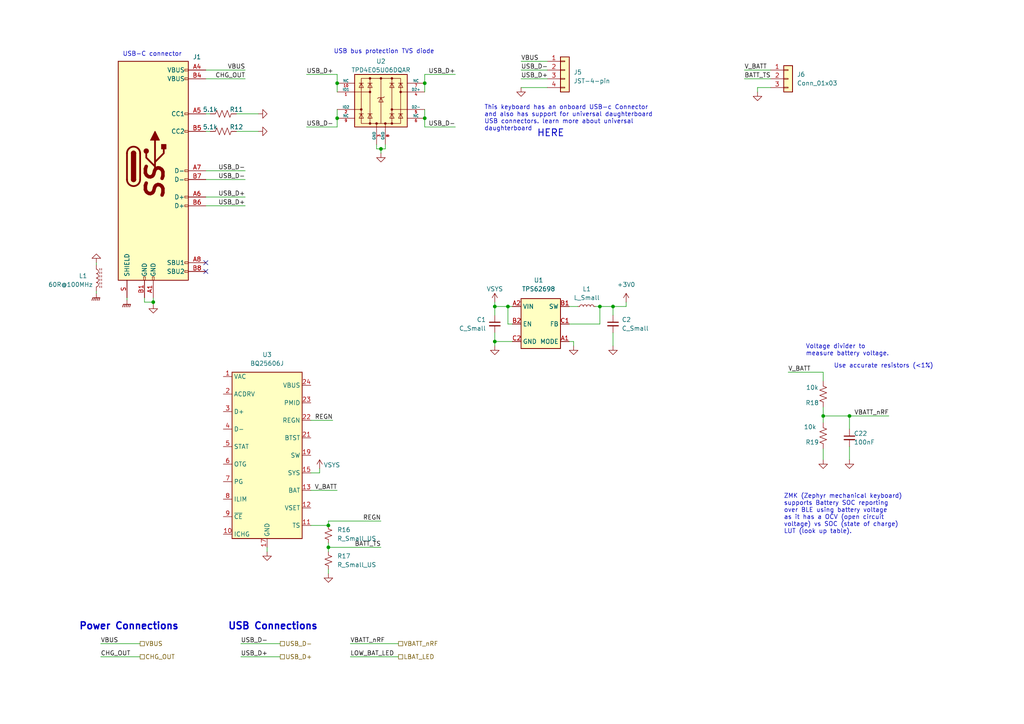
<source format=kicad_sch>
(kicad_sch (version 20250114) (generator "eeschema") (generator_version "9.0")
  (paper "A4")
  (lib_symbols
    (symbol "C_Small_1" (pin_numbers (hide yes)) (pin_names (offset 0.254) (hide yes))
      (property "Reference" "C10" (at 1.27 1.27 0))
      (property "Value" "1pF" (at 1.27 -1.27 0))
      (symbol "C_Small_1_0_1"
        (polyline (pts (xy -1.524 0.508) (xy 1.524 0.508)) (stroke (width 0.3048)))
        (polyline (pts (xy -1.524 -0.508) (xy 1.524 -0.508)) (stroke (width 0.3302)))
      )
      (symbol "C_Small_1_1_1"
        (pin passive line (at 0 2.54 270) (length 2.032) (name "~") (number "1"))
        (pin passive line (at 0 -2.54 90) (length 2.032) (name "~") (number "2"))
      )
    )
    (symbol "Connector_Generic:Conn_01x03" (pin_names (offset 1.016) (hide yes))
      (property "Reference" "J" (at 0 5.08 0))
      (property "Value" "Conn_01x03" (at 0 -5.08 0))
      (symbol "Conn_01x03_1_1"
        (rectangle (start -1.27 3.81) (end 1.27 -3.81) (stroke (width 0.254)) (fill (type background)))
        (rectangle (start -1.27 2.667) (end 0 2.413) (stroke (width 0.1524)))
        (rectangle (start -1.27 0.127) (end 0 -0.127) (stroke (width 0.1524)))
        (rectangle (start -1.27 -2.413) (end 0 -2.667) (stroke (width 0.1524)))
        (pin passive line (at -5.08 2.54 0) (length 3.81) (name "Pin_1") (number "1"))
        (pin passive line (at -5.08 0 0) (length 3.81) (name "Pin_2") (number "2"))
        (pin passive line (at -5.08 -2.54 0) (length 3.81) (name "Pin_3") (number "3"))
      )
    )
    (symbol "Device:L_Small" (pin_numbers (hide yes)) (pin_names (offset 0.254) (hide yes))
      (property "Reference" "L" (at 0.762 1.016 0))
      (property "Value" "L_Small" (at 0.762 -1.016 0))
      (symbol "L_Small_0_1"
        (arc (start 0 2.032) (mid 0.5058 1.524) (end 0 1.016))
        (arc (start 0 1.016) (mid 0.5058 0.508) (end 0 0))
        (arc (start 0 0) (mid 0.5058 -0.508) (end 0 -1.016))
        (arc (start 0 -1.016) (mid 0.5058 -1.524) (end 0 -2.032))
      )
      (symbol "L_Small_1_1"
        (pin passive line (at 0 2.54 270) (length 0.508) (name "~") (number "1"))
        (pin passive line (at 0 -2.54 90) (length 0.508) (name "~") (number "2"))
      )
    )
    (symbol "Device:R_Small_US" (pin_numbers (hide yes)) (pin_names (offset 0.254) (hide yes))
      (property "Reference" "R" (at 0.762 0.508 0))
      (property "Value" "R_Small_US" (at 0.762 -1.016 0))
      (symbol "R_Small_US_1_1"
        (polyline (pts (xy 0 1.524) (xy 1.016 1.143) (xy 0 0.762) (xy -1.016 0.381) (xy 0 0)))
        (polyline (pts (xy 0 0) (xy 1.016 -0.381) (xy 0 -0.762) (xy -1.016 -1.143) (xy 0 -1.524)))
        (pin passive line (at 0 2.54 270) (length 1.016) (name "~") (number "1"))
        (pin passive line (at 0 -2.54 90) (length 1.016) (name "~") (number "2"))
      )
    )
    (symbol "GNDPWR_1" (power) (pin_numbers (hide yes)) (pin_names (offset 0) (hide yes))
      (property "Value" "GNDPWR_1" (at 0 -3.302 0))
      (symbol "GNDPWR_1_0_1"
        (polyline (pts (xy -1.016 -1.27) (xy -1.27 -2.032) (xy -1.27 -2.032)) (stroke (width 0.2032)))
        (polyline (pts (xy -0.508 -1.27) (xy -0.762 -2.032) (xy -0.762 -2.032)) (stroke (width 0.2032)))
        (polyline (pts (xy 0 -1.27) (xy 0 0)))
        (polyline (pts (xy 0 -1.27) (xy -0.254 -2.032) (xy -0.254 -2.032)) (stroke (width 0.2032)))
        (polyline (pts (xy 0.508 -1.27) (xy 0.254 -2.032) (xy 0.254 -2.032)) (stroke (width 0.2032)))
        (polyline (pts (xy 1.016 -1.27) (xy -1.016 -1.27) (xy -1.016 -1.27)) (stroke (width 0.2032)))
        (polyline (pts (xy 1.016 -1.27) (xy 0.762 -2.032) (xy 0.762 -2.032) (xy 0.762 -2.032)) (stroke (width 0.2032)))
      )
      (symbol "GNDPWR_1_1_1"
        (pin power_in line (at 0 0 270) (length 0) (hide yes) (name "GNDPWR") (number "1"))
      )
    )
    (symbol "GND_1" (power) (pin_numbers (hide yes)) (pin_names (offset 0) (hide yes))
      (property "Value" "GND_1" (at 0 -3.81 0))
      (symbol "GND_1_0_1"
        (polyline (pts (xy 0 0) (xy 0 -1.27) (xy 1.27 -1.27) (xy 0 -2.54) (xy -1.27 -1.27) (xy 0 -1.27)))
      )
      (symbol "GND_1_1_1"
        (pin power_in line (at 0 0 270) (length 0) (hide yes) (name "GND") (number "1"))
      )
    )
    (symbol "Unified-Daughterboard-rescue:L_Core_Ferrite-Device" (pin_numbers (hide yes)) (pin_names (offset 1.016) (hide yes))
      (property "Reference" "L" (at -1.27 0 90))
      (property "Value" "L_Core_Ferrite-Device" (at 2.794 0 90))
      (symbol "L_Core_Ferrite-Device_0_1"
        (arc (start 0 2.54) (mid 0.6323 1.905) (end 0 1.27))
        (arc (start 0 1.27) (mid 0.6323 0.635) (end 0 0))
        (arc (start 0 0) (mid 0.6323 -0.635) (end 0 -1.27))
        (arc (start 0 -1.27) (mid 0.6323 -1.905) (end 0 -2.54))
        (polyline (pts (xy 1.016 2.286) (xy 1.016 2.794)))
        (polyline (pts (xy 1.016 1.27) (xy 1.016 1.778)))
        (polyline (pts (xy 1.016 0.254) (xy 1.016 0.762)))
        (polyline (pts (xy 1.016 -0.762) (xy 1.016 -0.254)))
        (polyline (pts (xy 1.016 -1.778) (xy 1.016 -1.27)))
        (polyline (pts (xy 1.016 -2.794) (xy 1.016 -2.286)))
        (polyline (pts (xy 1.524 2.794) (xy 1.524 2.286)))
        (polyline (pts (xy 1.524 1.778) (xy 1.524 1.27)))
        (polyline (pts (xy 1.524 0.762) (xy 1.524 0.254)))
        (polyline (pts (xy 1.524 -0.254) (xy 1.524 -0.762)))
        (polyline (pts (xy 1.524 -1.27) (xy 1.524 -1.778)))
        (polyline (pts (xy 1.524 -2.286) (xy 1.524 -2.794)))
      )
      (symbol "L_Core_Ferrite-Device_1_1"
        (pin passive line (at 0 3.81 270) (length 1.27) (name "1") (number "1"))
        (pin passive line (at 0 -3.81 90) (length 1.27) (name "2") (number "2"))
      )
    )
    (symbol "Unified-Daughterboard-rescue:TYPE-C-31-M12_13-acheronSymbols" (pin_names (offset 1.016))
      (property "Reference" "J" (at -1.27 35.56 0))
      (property "Value" "TYPE-C-31-M12_13-acheronSymbols" (at 10.16 33.02 0))
      (symbol "TYPE-C-31-M12_13-acheronSymbols_0_0"
        (rectangle (start -0.254 -31.75) (end 0.254 -30.734))
        (rectangle (start 10.16 29.464) (end 9.144 28.956))
        (rectangle (start 10.16 16.764) (end 9.144 16.256))
        (rectangle (start 10.16 11.684) (end 9.144 11.176))
        (rectangle (start 10.16 0.254) (end 9.144 -0.254))
        (rectangle (start 10.16 -2.286) (end 9.144 -2.794))
        (rectangle (start 10.16 -7.366) (end 9.144 -7.874))
        (rectangle (start 10.16 -9.906) (end 9.144 -10.414))
        (rectangle (start 10.16 -26.416) (end 9.144 -26.924))
        (rectangle (start 10.16 -28.956) (end 9.144 -29.464))
        (text "SS" (at 0.508 -3.175 900) (effects (font (size 5.08 5.08) (bold yes) (italic yes))))
      )
      (symbol "TYPE-C-31-M12_13-acheronSymbols_0_1"
        (rectangle (start -10.16 31.75) (end 10.16 -31.75) (stroke (width 0.254)) (fill (type background)))
        (polyline (pts (xy -7.62 -2.54) (xy -7.62 5.08)) (stroke (width 0.508)))
        (rectangle (start -6.35 -2.54) (end -5.08 5.08) (stroke (width 0.254)) (fill (type outline)))
        (arc (start -6.35 5.08) (mid -5.715 5.7123) (end -5.08 5.08) (stroke (width 0.254)))
        (arc (start -6.35 5.08) (mid -5.715 5.7123) (end -5.08 5.08) (stroke (width 0.254)) (fill (type outline)))
        (arc (start -7.62 5.08) (mid -5.715 6.9767) (end -3.81 5.08) (stroke (width 0.508)))
        (arc (start -3.81 -2.54) (mid -5.715 -4.4367) (end -7.62 -2.54) (stroke (width 0.508)))
        (arc (start -5.08 -2.54) (mid -5.715 -3.1723) (end -6.35 -2.54) (stroke (width 0.254)))
        (arc (start -5.08 -2.54) (mid -5.715 -3.1723) (end -6.35 -2.54) (stroke (width 0.254)) (fill (type outline)))
        (polyline (pts (xy -3.81 5.08) (xy -3.81 -2.54)) (stroke (width 0.508)))
        (circle (center -2.032 5.715) (radius 0.635) (stroke (width 0.254)) (fill (type outline)))
        (polyline (pts (xy -0.762 8.89) (xy 0.508 11.43) (xy 1.778 8.89) (xy -0.762 8.89)) (stroke (width 0.254)) (fill (type outline)))
        (polyline (pts (xy 0.508 2.54) (xy 3.048 5.08) (xy 3.048 6.35)) (stroke (width 0.508)))
        (polyline (pts (xy 0.508 1.27) (xy -2.032 3.81) (xy -2.032 5.08)) (stroke (width 0.508)))
        (polyline (pts (xy 0.508 0) (xy 0.508 8.89)) (stroke (width 0.508)))
        (rectangle (start 2.413 6.35) (end 3.683 7.62) (stroke (width 0.254)) (fill (type outline)))
      )
      (symbol "TYPE-C-31-M12_13-acheronSymbols_1_1"
        (rectangle (start -2.794 -31.75) (end -2.286 -30.734))
        (rectangle (start 10.16 26.924) (end 9.144 26.416))
        (pin passive line (at -7.62 -36.83 90) (length 5.08) (name "SHIELD") (number "S"))
        (pin power_out line (at -2.54 -36.83 90) (length 5.08) (name "GND") (number "B1"))
        (pin power_out line (at 0 -36.83 90) (length 5.08) (name "GND") (number "A1"))
        (pin power_out line (at 15.24 29.21 180) (length 5.08) (name "VBUS") (number "A4"))
        (pin power_out line (at 15.24 26.67 180) (length 5.08) (name "VBUS") (number "B4"))
        (pin bidirectional line (at 15.24 16.51 180) (length 5.08) (name "CC1") (number "A5"))
        (pin bidirectional line (at 15.24 11.43 180) (length 5.08) (name "CC2") (number "B5"))
        (pin bidirectional line (at 15.24 0 180) (length 5.08) (name "D-") (number "A7"))
        (pin bidirectional line (at 15.24 -2.54 180) (length 5.08) (name "D-") (number "B7"))
        (pin bidirectional line (at 15.24 -7.62 180) (length 5.08) (name "D+") (number "A6"))
        (pin bidirectional line (at 15.24 -10.16 180) (length 5.08) (name "D+") (number "B6"))
        (pin bidirectional line (at 15.24 -26.67 180) (length 5.08) (name "SBU1") (number "A8"))
        (pin bidirectional line (at 15.24 -29.21 180) (length 5.08) (name "SBU2") (number "B8"))
      )
    )
    (symbol "keyboard:BQ25616"
      (property "Reference" "U" (at -8.89 26.67 0))
      (property "Value" "BQ25606" (at 6.35 26.67 0))
      (symbol "BQ25616_0_1"
        (rectangle (start -10.16 25.4) (end 10.16 -22.86) (stroke (width 0.254)) (fill (type background)))
      )
      (symbol "BQ25616_1_1"
        (pin input line (at -12.7 24.13 0) (length 2.54) (name "VAC") (number "1"))
        (pin output line (at -12.7 19.05 0) (length 2.54) (name "ACDRV") (number "2"))
        (pin bidirectional line (at -12.7 13.97 0) (length 2.54) (name "D+") (number "3"))
        (pin bidirectional line (at -12.7 8.89 0) (length 2.54) (name "D-") (number "4"))
        (pin open_collector line (at -12.7 3.81 0) (length 2.54) (name "STAT") (number "5"))
        (pin input line (at -12.7 -1.27 0) (length 2.54) (name "OTG") (number "6"))
        (pin open_collector line (at -12.7 -6.35 0) (length 2.54) (name "PG") (number "7"))
        (pin input line (at -12.7 -11.43 0) (length 2.54) (name "ILIM") (number "8"))
        (pin input line (at -12.7 -16.51 0) (length 2.54) (name "~{CE}") (number "9"))
        (pin input line (at -12.7 -21.59 0) (length 2.54) (name "ICHG") (number "10"))
        (pin power_in line (at 0 -25.4 90) (length 2.54) (name "GND") (number "17"))
        (pin passive line (at 0 -25.4 90) (length 2.54) (hide yes) (name "GND") (number "18"))
        (pin passive line (at 0 -25.4 90) (length 2.54) (hide yes) (name "GND") (number "25"))
        (pin power_in line (at 12.7 21.59 180) (length 2.54) (name "VBUS") (number "24"))
        (pin input line (at 12.7 16.51 180) (length 2.54) (name "PMID") (number "23"))
        (pin input line (at 12.7 11.43 180) (length 2.54) (name "REGN") (number "22"))
        (pin input line (at 12.7 6.35 180) (length 2.54) (name "BTST") (number "21"))
        (pin passive line (at 12.7 1.27 180) (length 2.54) (name "SW") (number "19"))
        (pin passive line (at 12.7 1.27 180) (length 2.54) (hide yes) (name "SW") (number "20"))
        (pin passive line (at 12.7 -3.81 180) (length 2.54) (name "SYS") (number "15"))
        (pin passive line (at 12.7 -3.81 180) (length 2.54) (hide yes) (name "SYS") (number "16"))
        (pin power_in line (at 12.7 -8.89 180) (length 2.54) (name "BAT") (number "13"))
        (pin power_in line (at 12.7 -8.89 180) (length 2.54) (hide yes) (name "BAT") (number "14"))
        (pin input line (at 12.7 -13.97 180) (length 2.54) (name "VSET") (number "12"))
        (pin input line (at 12.7 -19.05 180) (length 2.54) (name "TS") (number "11"))
      )
    )
    (symbol "keyboard:C_Small" (pin_numbers (hide yes)) (pin_names (offset 0.254) (hide yes))
      (property "Reference" "C" (at 0.254 1.778 0))
      (property "Value" "C_Small" (at 0.254 -2.032 0))
      (symbol "C_Small_0_1"
        (polyline (pts (xy -1.524 0.508) (xy 1.524 0.508)) (stroke (width 0.3048)))
        (polyline (pts (xy -1.524 -0.508) (xy 1.524 -0.508)) (stroke (width 0.3302)))
      )
      (symbol "C_Small_1_1"
        (pin passive line (at 0 2.54 270) (length 2.032) (name "~") (number "1"))
        (pin passive line (at 0 -2.54 90) (length 2.032) (name "~") (number "2"))
      )
    )
    (symbol "keyboard:JST-4-pin" (pin_names (offset 1.016) (hide yes))
      (property "Reference" "J" (at 0 5.08 0))
      (property "Value" "JST-4-pin" (at 0 -7.62 0))
      (symbol "JST-4-pin_1_1"
        (rectangle (start -1.27 3.81) (end 1.27 -6.35) (stroke (width 0.254)) (fill (type background)))
        (rectangle (start -1.27 2.667) (end 0 2.413) (stroke (width 0.1524)))
        (rectangle (start -1.27 0.127) (end 0 -0.127) (stroke (width 0.1524)))
        (rectangle (start -1.27 -2.413) (end 0 -2.667) (stroke (width 0.1524)))
        (rectangle (start -1.27 -4.953) (end 0 -5.207) (stroke (width 0.1524)))
        (pin passive line (at -5.08 2.54 0) (length 3.81) (name "Pin_1") (number "1"))
        (pin passive line (at -5.08 0 0) (length 3.81) (name "Pin_2") (number "2"))
        (pin passive line (at -5.08 -2.54 0) (length 3.81) (name "Pin_3") (number "3"))
        (pin passive line (at -5.08 -5.08 0) (length 3.81) (name "Pin_4") (number "4"))
      )
    )
    (symbol "keyboard:R_US" (pin_numbers (hide yes)) (pin_names (offset 0))
      (property "Reference" "R" (at 0 -2.54 0))
      (property "Value" "R_US" (at 0 2.54 0))
      (symbol "R_US_0_1"
        (polyline (pts (xy -2.286 0) (xy -2.54 0)))
        (polyline (pts (xy -0.762 0) (xy -1.143 -1.016) (xy -1.524 0) (xy -1.905 1.016) (xy -2.286 0)))
        (polyline (pts (xy 0.762 0) (xy 0.381 -1.016) (xy 0 0) (xy -0.381 1.016) (xy -0.762 0)))
        (polyline (pts (xy 2.286 0) (xy 2.54 0)))
        (polyline (pts (xy 2.286 0) (xy 1.905 -1.016) (xy 1.524 0) (xy 1.143 1.016) (xy 0.762 0)))
      )
      (symbol "R_US_1_1"
        (pin passive line (at -3.81 0 0) (length 1.27) (name "~") (number "2"))
        (pin passive line (at 3.81 0 180) (length 1.27) (name "~") (number "1"))
      )
    )
    (symbol "keyboard:TPS62698"
      (property "Reference" "U" (at -5.08 8.89 0))
      (property "Value" "TPS62698" (at 0 8.89 0))
      (symbol "TPS62698_0_1"
        (rectangle (start -5.08 7.366) (end 6.35 -7.112) (stroke (width 0.254)) (fill (type background)))
      )
      (symbol "TPS62698_1_1"
        (pin power_in line (at -7.62 5.08 0) (length 2.54) (name "VIN") (number "A2"))
        (pin input line (at -7.62 0 0) (length 2.54) (name "EN") (number "B2"))
        (pin power_in line (at -7.62 -5.08 0) (length 2.54) (name "GND") (number "C2"))
        (pin power_out line (at 8.89 5.08 180) (length 2.54) (name "SW") (number "B1"))
        (pin input line (at 8.89 0 180) (length 2.54) (name "FB") (number "C1"))
        (pin input line (at 8.89 -5.08 180) (length 2.54) (name "MODE") (number "A1"))
      )
    )
    (symbol "keyboard:USB-protection-diode" (pin_names (offset 0))
      (property "Reference" "U4" (at 0 11.8364 0))
      (property "Value" "TPD4E05U06DQAR" (at 0 9.525 0))
      (symbol "USB-protection-diode_0_0"
        (rectangle (start -5.715 6.477) (end 5.715 -6.604))
        (polyline (pts (xy -3.175 -6.604) (xy -3.175 6.477)))
        (polyline (pts (xy 0 6.477) (xy 0 -6.604)))
        (polyline (pts (xy 3.175 6.477) (xy 3.175 -6.604)))
      )
      (symbol "USB-protection-diode_0_1"
        (polyline (pts (xy -7.747 2.54) (xy -3.175 2.54)))
        (rectangle (start -7.62 7.62) (end 7.62 -7.62) (stroke (width 0.254)) (fill (type background)))
        (polyline (pts (xy -7.62 -2.54) (xy -5.715 -2.54)))
        (circle (center -5.715 -2.54) (radius 0.2794) (fill (type outline)))
        (polyline (pts (xy -5.08 5.08) (xy -6.35 5.08)))
        (polyline (pts (xy -5.08 3.81) (xy -6.35 3.81) (xy -5.715 5.08) (xy -5.08 3.81)))
        (polyline (pts (xy -5.08 -3.81) (xy -6.35 -3.81)))
        (polyline (pts (xy -5.08 -5.08) (xy -6.35 -5.08) (xy -5.715 -3.81) (xy -5.08 -5.08)))
        (circle (center -3.175 6.477) (radius 0.2794) (fill (type outline)))
        (circle (center -3.175 2.54) (radius 0.2794) (fill (type outline)))
        (circle (center -3.175 -6.604) (radius 0.2794) (fill (type outline)))
        (polyline (pts (xy -2.54 5.08) (xy -3.81 5.08)))
        (polyline (pts (xy -2.54 3.81) (xy -3.81 3.81) (xy -3.175 5.08) (xy -2.54 3.81)))
        (polyline (pts (xy -2.54 -3.81) (xy -3.81 -3.81)))
        (polyline (pts (xy -2.54 -5.08) (xy -3.81 -5.08) (xy -3.175 -3.81) (xy -2.54 -5.08)))
        (circle (center -1.27 -6.604) (radius 0.2794) (fill (type outline)))
        (polyline (pts (xy -1.27 -6.604) (xy -1.27 -7.62)))
        (polyline (pts (xy -0.635 0.889) (xy -1.016 0.635)))
        (circle (center 0 6.477) (radius 0.2794) (fill (type outline)))
        (polyline (pts (xy 0.635 0.889) (xy -0.635 0.889)))
        (polyline (pts (xy 0.635 0.889) (xy 1.016 1.143)))
        (polyline (pts (xy 0.635 -0.381) (xy -0.635 -0.381) (xy 0 0.889) (xy 0.635 -0.381)))
        (circle (center 3.175 6.477) (radius 0.2794) (fill (type outline)))
        (circle (center 3.175 -2.54) (radius 0.2794) (fill (type outline)))
        (circle (center 3.175 -6.604) (radius 0.2794) (fill (type outline)))
        (polyline (pts (xy 3.81 5.08) (xy 2.54 5.08)))
        (polyline (pts (xy 3.81 3.81) (xy 2.54 3.81) (xy 3.175 5.08) (xy 3.81 3.81)))
        (polyline (pts (xy 3.81 -3.81) (xy 2.54 -3.81)))
        (polyline (pts (xy 3.81 -5.08) (xy 2.54 -5.08) (xy 3.175 -3.81) (xy 3.81 -5.08)))
        (circle (center 5.715 2.54) (radius 0.2794) (fill (type outline)))
        (polyline (pts (xy 6.35 5.08) (xy 5.08 5.08)))
        (polyline (pts (xy 6.35 3.81) (xy 5.08 3.81) (xy 5.715 5.08) (xy 6.35 3.81)))
        (polyline (pts (xy 6.35 -3.81) (xy 5.08 -3.81)))
        (polyline (pts (xy 6.35 -5.08) (xy 5.08 -5.08) (xy 5.715 -3.81) (xy 6.35 -5.08)))
        (polyline (pts (xy 7.62 2.54) (xy 5.715 2.54)))
        (polyline (pts (xy 7.62 -2.54) (xy 3.175 -2.54)))
      )
      (symbol "USB-protection-diode_1_1"
        (polyline (pts (xy 1.27 -6.604) (xy 1.27 -7.62)))
        (circle (center 1.27 -6.604) (radius 0.2794) (fill (type outline)))
        (pin bidirectional line (at -12.7 5.08 0) (length 5.08) (name "NC") (number "10"))
        (pin bidirectional line (at -12.7 2.54 0) (length 5.08) (name "IO1") (number "1"))
        (pin bidirectional line (at -12.7 -2.54 0) (length 5.08) (name "IO2") (number "2"))
        (pin bidirectional line (at -12.7 -5.08 0) (length 5.08) (name "NC") (number "9"))
        (pin power_in line (at -1.27 -12.7 90) (length 5.08) (name "GND") (number "3"))
        (pin power_in line (at 1.27 -12.7 90) (length 5.08) (name "GND") (number "8"))
        (pin bidirectional line (at 12.7 5.08 180) (length 5.08) (name "NC") (number "7"))
        (pin bidirectional line (at 12.7 2.54 180) (length 5.08) (name "D2+") (number "4"))
        (pin bidirectional line (at 12.7 -2.54 180) (length 5.08) (name "D2-") (number "5"))
        (pin bidirectional line (at 12.7 -5.08 180) (length 5.08) (name "NC") (number "6"))
      )
    )
    (symbol "power:+3V0" (power) (pin_numbers (hide yes)) (pin_names (offset 0) (hide yes))
      (property "Value" "+3V0" (at 0 3.556 0))
      (symbol "+3V0_0_1"
        (polyline (pts (xy -0.762 1.27) (xy 0 2.54)))
        (polyline (pts (xy 0 2.54) (xy 0.762 1.27)))
        (polyline (pts (xy 0 0) (xy 0 2.54)))
      )
      (symbol "+3V0_1_1"
        (pin power_in line (at 0 0 90) (length 0) (name "~") (number "1"))
      )
    )
    (symbol "power:GND" (power) (pin_names (offset 0))
      (property "Value" "GND" (at 0 -3.81 0))
      (symbol "GND_0_1"
        (polyline (pts (xy 0 0) (xy 0 -1.27) (xy 1.27 -1.27) (xy 0 -2.54) (xy -1.27 -1.27) (xy 0 -1.27)))
      )
      (symbol "GND_1_1"
        (pin power_in line (at 0 0 270) (length 0) (hide yes) (name "GND") (number "1"))
      )
    )
    (symbol "power:VBUS" (power) (pin_numbers (hide yes)) (pin_names (offset 0) (hide yes))
      (property "Value" "VBUS" (at 0 3.556 0))
      (symbol "VBUS_0_1"
        (polyline (pts (xy -0.762 1.27) (xy 0 2.54)))
        (polyline (pts (xy 0 2.54) (xy 0.762 1.27)))
        (polyline (pts (xy 0 0) (xy 0 2.54)))
      )
      (symbol "VBUS_1_1"
        (pin power_in line (at 0 0 90) (length 0) (name "~") (number "1"))
      )
    )
  )
  (text "Use accurate resistors (<1%)" (at 256.286 106.172 0) (effects (font (size 1.27 1.27))))
  (text "Voltage divider to \nmeasure battery voltage.\n\n" (at 233.68 105.41 0) (effects (font (size 1.27 1.27)) (justify left bottom)))
  (text "This keyboard has an onboard USB-c Connector\nand also has support for universal daughterboard\nUSB connectors. learn more about universal\ndaughterboard " (at 140.462 38.1 0) (effects (font (size 1.27 1.27)) (justify left bottom)))
  (text "USB bus protection TVS diode\n" (at 96.774 15.748 0) (effects (font (size 1.27 1.27)) (justify left bottom)))
  (text "USB Connections" (at 66.04 182.88 0) (effects (font (size 2 2) (thickness 0.4) (bold yes)) (justify left bottom)))
  (text "HERE" (at 155.702 39.878 0) (effects (font (size 2 2) (thickness 0.254) (bold yes)) (justify left bottom)))
  (text "USB-C connector" (at 35.56 16.51 0) (effects (font (size 1.27 1.27)) (justify left bottom)))
  (text "ZMK (Zephyr mechanical keyboard)\nsupports Battery SOC reporting \nover BLE using battery voltage \nas it has a OCV (open circuit\nvoltage) vs SOC (state of charge)\nLUT (look up table).\n" (at 227.33 154.94 0) (effects (font (size 1.27 1.27)) (justify left bottom)))
  (text "Power Connections" (at 22.86 182.88 0) (effects (font (size 2 2) (thickness 0.4) (bold yes)) (justify left bottom)))
  (junction (at 143.51 88.9))
  (junction (at 95.25 158.75))
  (junction (at 147.32 88.9))
  (junction (at 97.79 24.13))
  (junction (at 95.25 152.4))
  (junction (at 110.49 43.18))
  (junction (at 177.8 88.9))
  (junction (at 97.79 34.29))
  (junction (at 44.45 87.63))
  (junction (at 173.99 88.9))
  (junction (at 143.51 99.06))
  (junction (at 123.19 34.29))
  (junction (at 238.76 120.65))
  (junction (at 123.19 24.13))
  (junction (at 246.38 120.65))
  (no_connect (at 59.69 76.2))
  (no_connect (at 59.69 78.74))
  (wire (pts (xy 123.19 36.83) (xy 132.08 36.83)))
  (wire (pts (xy 90.17 152.4) (xy 95.25 152.4)))
  (wire (pts (xy 151.13 22.86) (xy 158.75 22.86)))
  (wire (pts (xy 27.94 84.455) (xy 27.94 85.09)))
  (wire (pts (xy 90.17 121.92) (xy 96.52 121.92)))
  (wire (pts (xy 69.85 186.69) (xy 81.28 186.69)))
  (wire (pts (xy 101.6 186.69) (xy 115.57 186.69)))
  (wire (pts (xy 165.1 88.9) (xy 167.64 88.9)))
  (wire (pts (xy 177.8 88.9) (xy 177.8 91.44)))
  (wire (pts (xy 132.08 21.59) (xy 123.19 21.59)))
  (wire (pts (xy 238.76 120.65) (xy 246.38 120.65)))
  (wire (pts (xy 215.9 22.86) (xy 223.52 22.86)))
  (wire (pts (xy 59.69 49.53) (xy 71.12 49.53)))
  (wire (pts (xy 173.99 93.98) (xy 173.99 88.9)))
  (wire (pts (xy 246.38 129.54) (xy 246.38 133.35)))
  (wire (pts (xy 59.69 38.1) (xy 60.96 38.1)))
  (wire (pts (xy 238.76 120.65) (xy 238.76 122.555)))
  (wire (pts (xy 219.71 25.4) (xy 223.52 25.4)))
  (wire (pts (xy 97.79 24.13) (xy 97.79 26.67)))
  (wire (pts (xy 165.1 99.06) (xy 166.37 99.06)))
  (wire (pts (xy 77.47 158.75) (xy 77.47 160.02)))
  (wire (pts (xy 219.71 25.4) (xy 219.71 26.67)))
  (wire (pts (xy 36.83 86.36) (xy 36.83 86.995)))
  (wire (pts (xy 151.13 17.78) (xy 158.75 17.78)))
  (wire (pts (xy 246.38 120.65) (xy 257.81 120.65)))
  (wire (pts (xy 147.32 93.98) (xy 147.32 88.9)))
  (wire (pts (xy 101.6 190.5) (xy 115.57 190.5)))
  (wire (pts (xy 95.25 158.75) (xy 95.25 160.02)))
  (wire (pts (xy 148.59 99.06) (xy 143.51 99.06)))
  (wire (pts (xy 59.69 20.32) (xy 71.12 20.32)))
  (wire (pts (xy 173.99 88.9) (xy 177.8 88.9)))
  (wire (pts (xy 44.45 86.36) (xy 44.45 87.63)))
  (wire (pts (xy 97.79 31.75) (xy 97.79 34.29)))
  (wire (pts (xy 123.19 21.59) (xy 123.19 24.13)))
  (wire (pts (xy 143.51 99.06) (xy 143.51 100.33)))
  (wire (pts (xy 238.76 118.11) (xy 238.76 120.65)))
  (wire (pts (xy 143.51 88.9) (xy 143.51 91.44)))
  (wire (pts (xy 95.25 151.13) (xy 110.49 151.13)))
  (wire (pts (xy 95.25 152.4) (xy 95.25 151.13)))
  (wire (pts (xy 246.38 120.65) (xy 246.38 124.46)))
  (wire (pts (xy 59.69 33.02) (xy 60.96 33.02)))
  (wire (pts (xy 97.79 21.59) (xy 97.79 24.13)))
  (wire (pts (xy 110.49 43.18) (xy 110.49 44.45)))
  (wire (pts (xy 148.59 88.9) (xy 147.32 88.9)))
  (wire (pts (xy 109.22 43.18) (xy 110.49 43.18)))
  (wire (pts (xy 109.22 41.91) (xy 109.22 43.18)))
  (wire (pts (xy 68.58 38.1) (xy 74.93 38.1)))
  (wire (pts (xy 143.51 87.63) (xy 143.51 88.9)))
  (wire (pts (xy 123.19 34.29) (xy 123.19 36.83)))
  (wire (pts (xy 92.71 135.89) (xy 92.71 137.16)))
  (wire (pts (xy 148.59 93.98) (xy 147.32 93.98)))
  (wire (pts (xy 69.85 190.5) (xy 81.28 190.5)))
  (wire (pts (xy 29.21 190.5) (xy 40.64 190.5)))
  (wire (pts (xy 177.8 96.52) (xy 177.8 100.33)))
  (wire (pts (xy 59.69 57.15) (xy 71.12 57.15)))
  (wire (pts (xy 228.6 107.95) (xy 238.76 107.95)))
  (wire (pts (xy 59.69 59.69) (xy 71.12 59.69)))
  (wire (pts (xy 41.91 86.36) (xy 41.91 87.63)))
  (wire (pts (xy 44.45 87.63) (xy 44.45 88.265)))
  (wire (pts (xy 238.76 110.49) (xy 238.76 107.95)))
  (wire (pts (xy 110.49 43.18) (xy 111.76 43.18)))
  (wire (pts (xy 59.69 52.07) (xy 71.12 52.07)))
  (wire (pts (xy 95.25 157.48) (xy 95.25 158.75)))
  (wire (pts (xy 123.19 24.13) (xy 123.19 26.67)))
  (wire (pts (xy 181.61 87.63) (xy 181.61 88.9)))
  (wire (pts (xy 215.9 20.32) (xy 223.52 20.32)))
  (wire (pts (xy 29.21 186.69) (xy 40.64 186.69)))
  (wire (pts (xy 165.1 93.98) (xy 173.99 93.98)))
  (wire (pts (xy 90.17 137.16) (xy 92.71 137.16)))
  (wire (pts (xy 44.45 87.63) (xy 41.91 87.63)))
  (wire (pts (xy 166.37 99.06) (xy 166.37 100.33)))
  (wire (pts (xy 238.76 130.175) (xy 238.76 133.35)))
  (wire (pts (xy 97.79 34.29) (xy 97.79 36.83)))
  (wire (pts (xy 111.76 41.91) (xy 111.76 43.18)))
  (wire (pts (xy 88.9 36.83) (xy 97.79 36.83)))
  (wire (pts (xy 68.58 33.02) (xy 74.93 33.02)))
  (wire (pts (xy 95.25 158.75) (xy 110.49 158.75)))
  (wire (pts (xy 123.19 31.75) (xy 123.19 34.29)))
  (wire (pts (xy 151.13 25.4) (xy 158.75 25.4)))
  (wire (pts (xy 143.51 96.52) (xy 143.51 99.06)))
  (wire (pts (xy 27.94 76.2) (xy 27.94 76.835)))
  (wire (pts (xy 90.17 142.24) (xy 97.79 142.24)))
  (wire (pts (xy 147.32 88.9) (xy 143.51 88.9)))
  (wire (pts (xy 95.25 165.1) (xy 95.25 166.37)))
  (wire (pts (xy 59.69 22.86) (xy 71.12 22.86)))
  (wire (pts (xy 172.72 88.9) (xy 173.99 88.9)))
  (wire (pts (xy 88.9 21.59) (xy 97.79 21.59)))
  (wire (pts (xy 151.13 20.32) (xy 158.75 20.32)))
  (wire (pts (xy 177.8 88.9) (xy 181.61 88.9)))
  (label "VBATT_nRF" (at 257.81 120.65 180))
  (label "REGN" (at 110.49 151.13 180))
  (label "CHG_OUT" (at 71.12 22.86 180))
  (label "USB_D-" (at 88.9 36.83 0))
  (label "VBATT_nRF" (at 101.6 186.69 0))
  (label "USB_D+" (at 132.08 21.59 180))
  (label "USB_D-" (at 71.12 49.53 180))
  (label "USB_D-" (at 132.08 36.83 180))
  (label "USB_D+" (at 71.12 57.15 180))
  (label "USB_D-" (at 69.85 186.69 0))
  (label "V_BATT" (at 97.79 142.24 180))
  (label "V_BATT" (at 228.6 107.95 0))
  (label "USB_D+" (at 151.13 22.86 0))
  (label "CHG_OUT" (at 29.21 190.5 0))
  (label "VBUS" (at 71.12 20.32 180))
  (label "USB_D-" (at 71.12 52.07 180))
  (label "REGN" (at 96.52 121.92 180))
  (label "BATT_TS" (at 110.49 158.75 180))
  (label "VBUS" (at 29.21 186.69 0))
  (label "USB_D+" (at 88.9 21.59 0))
  (label "LOW_BAT_LED" (at 101.6 190.5 0))
  (label "BATT_TS" (at 215.9 22.86 0))
  (label "USB_D+" (at 69.85 190.5 0))
  (label "USB_D+" (at 71.12 59.69 180))
  (label "USB_D-" (at 151.13 20.32 0))
  (label "V_BATT" (at 215.9 20.32 0))
  (label "VBUS" (at 151.13 17.78 0))
  (hierarchical_label "USB_D+" (shape passive) (at 81.28 190.5 0))
  (hierarchical_label "USB_D-" (shape passive) (at 81.28 186.69 0))
  (hierarchical_label "CHG_OUT" (shape passive) (at 40.64 190.5 0))
  (hierarchical_label "VBATT_nRF" (shape passive) (at 115.57 186.69 0))
  (hierarchical_label "LBAT_LED" (shape passive) (at 115.57 190.5 0))
  (hierarchical_label "VBUS" (shape passive) (at 40.64 186.69 0))
  (symbol (lib_id "Device:R_Small_US") (at 95.25 162.56 180) (unit 1)
    (property "Reference" "R17" (at 97.79 161.2899 0) (effects (justify right)))
    (property "Value" "R_Small_US" (at 97.79 163.8299 0) (effects (justify right)))
    (property "Description" "Resistor, small US symbol" (effects (hide yes)))
  )
  (symbol (lib_id "keyboard:BQ25616") (at 77.47 133.35 0) (unit 1)
    (property "Reference" "U3" (at 77.47 102.87 0))
    (property "Value" "BQ25606J" (at 77.47 105.41 0))
    (property "Footprint" "Package_DFN_QFN:Texas_RTW_WQFN-24-1EP_4x4mm_P0.5mm_EP2.7x2.7mm_ThermalVias" (effects (hide yes)))
    (property "Datasheet" "https://www.ti.com/lit/ds/symlink/bq25616.pdf" (effects (hide yes)))
    (property "Description" "Standalone 3A Single-Cell Battery Charger for High Input Voltage and Narrow Voltage DC Power Path Management, VQFN-24" (effects (hide yes)))
  )
  (symbol (lib_name "GND_1") (lib_id "power:GND") (at 110.49 44.45 0) (unit 1)
    (property "Reference" "#PWR036" (effects (hide yes)))
    (property "Value" "GND" (effects (hide yes)))
    (instances (project "UDB" (path "" (reference "#PWR015") (unit 1))) (project "Keyboard_60%" (path "" (reference "#PWR036") (unit 1))))
  )
  (symbol (lib_id "power:VBUS") (at 92.71 135.89 0) (unit 1)
    (property "Reference" "#PWR05" (effects (hide yes)))
    (property "Value" "VSYS" (at 96.266 134.874 0))
    (property "Description" "Power symbol creates a global label with name \"VBUS\"" (effects (hide yes)))
  )
  (symbol (lib_id "Connector_Generic:Conn_01x03") (at 228.6 22.86 0) (unit 1)
    (property "Reference" "J6" (at 231.14 21.5899 0) (effects (justify left)))
    (property "Value" "Conn_01x03" (at 231.14 24.1299 0) (effects (justify left)))
    (property "Description" "Generic connector, single row, 01x03, script generated (kicad-library-utils/schlib/autogen/connector/)" (effects (hide yes)))
  )
  (symbol (lib_name "C_Small_1") (lib_id "keyboard:C_Small") (at 143.51 93.98 0) (unit 1)
    (property "Reference" "C1" (at 140.97 92.7162 0) (effects (justify right)))
    (property "Value" "C_Small" (at 140.97 95.2562 0) (effects (justify right)))
    (property "Footprint" "keyboard:C_0402_1005Metric" (effects (hide yes)))
    (property "Datasheet" "https://datasheet.lcsc.com/lcsc/2304140030_YAGEO-CC0402BRNPO9BN1R0_C309455.pdf" (effects (hide yes)))
    (property "PN" "CC0402BRNPO9BN1R0" (effects (hide yes)))
    (property "LCSC Part Number" "C309455" (effects (hide yes)))
    (property "LCSC link" "https://www.lcsc.com/product-detail/Multilayer-Ceramic-Capacitors-MLCC-SMD-SMT_YAGEO-CC0402BRNPO9BN1R0_C309455.html" (effects (hide yes)))
  )
  (symbol (lib_id "keyboard:USB-protection-diode") (at 110.49 29.21 0) (unit 1)
    (property "Reference" "U2" (at 110.49 17.78 0))
    (property "Value" "TPD4E05U06DQAR" (at 110.49 20.32 0))
    (property "Footprint" "keyboard:USON-10" (effects (hide yes)))
    (property "Datasheet" "https://datasheet.lcsc.com/lcsc/1811132110_Texas-Instruments-TPD4E05U06DQAR_C138714.pdf" (effects (hide yes)))
    (property "PN" "TPD4E05U06DQAR" (effects (hide yes)))
    (property "LCSC Part Number" "C138714" (effects (hide yes)))
    (property "LCSC link" "https://www.lcsc.com/product-detail/ESD-Protection-Devices_Texas-Instruments-TPD4E05U06DQAR_C138714.html" (effects (hide yes)))
  )
  (symbol (lib_id "power:+3V0") (at 181.61 87.63 0) (unit 1)
    (property "Reference" "#PWR013" (effects (hide yes)))
    (property "Value" "+3V0" (at 181.61 82.55 0))
    (property "Description" "Power symbol creates a global label with name \"+3V0\"" (effects (hide yes)))
  )
  (symbol (lib_name "GND_1") (lib_id "power:GND") (at 95.25 166.37 0) (unit 1)
    (property "Reference" "#PWR07" (effects (hide yes)))
    (property "Value" "GND" (effects (hide yes)))
  )
  (symbol (lib_id "keyboard:R_US") (at 64.77 38.1 180) (unit 1)
    (property "Reference" "R12" (at 68.58 36.83 0))
    (property "Value" "5.1k" (at 60.96 36.83 0))
    (property "Footprint" "keyboard:R_0402_1005Metric" (effects (hide yes)))
    (property "Datasheet" "https://datasheet.lcsc.com/lcsc/2304140030_YAGEO-RC0402FR-075K1L_C105872.pdf" (effects (hide yes)))
    (property "PN" "RC0402FR-075K1L " (effects (hide yes)))
    (property "LCSC Part Number" "C105872" (effects (hide yes)))
    (property "LCSC link" "https://www.lcsc.com/product-detail/Chip-Resistor-Surface-Mount_YAGEO-RC0402FR-075K1L_C105872.html" (effects (hide yes)))
  )
  (symbol (lib_name "GND_1") (lib_id "power:GND") (at 177.8 100.33 0) (unit 1)
    (property "Reference" "#PWR011" (effects (hide yes)))
    (property "Value" "GND" (effects (hide yes)))
  )
  (symbol (lib_name "GND_1") (lib_id "power:GND") (at 27.94 76.2 180) (unit 1)
    (property "Reference" "#PWR026" (effects (hide yes)))
    (property "Value" "GND" (effects (hide yes)))
    (instances (project "UDB" (path "" (reference "#PWR016") (unit 1))) (project "Keyboard_60%" (path "" (reference "#PWR026") (unit 1))))
  )
  (symbol (lib_id "Device:R_Small_US") (at 95.25 154.94 180) (unit 1)
    (property "Reference" "R16" (at 97.79 153.6699 0) (effects (justify right)))
    (property "Value" "R_Small_US" (at 97.79 156.2099 0) (effects (justify right)))
    (property "Description" "Resistor, small US symbol" (effects (hide yes)))
  )
  (symbol (lib_name "GND_1") (lib_id "power:GND") (at 77.47 160.02 0) (unit 1)
    (property "Reference" "#PWR08" (effects (hide yes)))
    (property "Value" "GND" (effects (hide yes)))
  )
  (symbol (lib_name "GND_1") (lib_id "power:GND") (at 166.37 100.33 0) (unit 1)
    (property "Reference" "#PWR012" (effects (hide yes)))
    (property "Value" "GND" (effects (hide yes)))
  )
  (symbol (lib_name "GND_1") (lib_id "power:GND") (at 74.93 33.02 90) (unit 1)
    (property "Reference" "#PWR030" (effects (hide yes)))
    (property "Value" "GND" (effects (hide yes)))
    (instances (project "UDB" (path "" (reference "#PWR02") (unit 1))) (project "Keyboard_60%" (path "" (reference "#PWR030") (unit 1))))
  )
  (symbol (lib_id "power:GND") (at 238.76 133.35 0) (unit 1)
    (property "Reference" "#PWR039" (effects (hide yes)))
    (property "Value" "GND" (effects (hide yes)))
  )
  (symbol (lib_name "GND_1") (lib_id "power:GND") (at 143.51 100.33 0) (unit 1)
    (property "Reference" "#PWR010" (effects (hide yes)))
    (property "Value" "GND" (effects (hide yes)))
  )
  (symbol (lib_id "Device:L_Small") (at 170.18 88.9 90) (unit 1)
    (property "Reference" "L1" (at 170.18 83.82 90))
    (property "Value" "L_Small" (at 170.18 86.36 90))
    (property "Description" "Inductor, small symbol" (effects (hide yes)))
  )
  (symbol (lib_name "GND_1") (lib_id "power:GND") (at 219.71 26.67 0) (unit 1)
    (property "Reference" "#PWR06" (effects (hide yes)))
    (property "Value" "GND" (effects (hide yes)))
  )
  (symbol (lib_name "GNDPWR_1") (lib_id "power:GNDPWR") (at 27.94 85.09 0) (unit 1)
    (property "Reference" "#PWR027" (effects (hide yes)))
    (property "Value" "GNDPWR" (effects (hide yes)))
    (instances (project "UDB" (path "" (reference "#PWR017") (unit 1))) (project "Keyboard_60%" (path "" (reference "#PWR027") (unit 1))))
  )
  (symbol (lib_id "keyboard:TPS62698") (at 156.21 93.98 0) (unit 1)
    (property "Reference" "U1" (at 156.21 81.28 0))
    (property "Value" "TPS62698" (at 156.21 83.82 0))
    (property "Footprint" "Package_BGA:Texas_DSBGA-6_0.9x1.4mm_Layout2x3_P0.5mm" (effects (hide yes)))
    (property "Datasheet" "https://www.ti.com/lit/ds/symlink/tps62698.pdf" (effects (hide yes)))
    (property "Description" "High Efficiency Synchronous Buck Converter, 800mA, 3V" (effects (hide yes)))
  )
  (symbol (lib_id "Unified-Daughterboard-rescue:L_Core_Ferrite-Device") (at 27.94 80.645 0) (unit 1)
    (property "Reference" "L6" (at 22.86 80.01 0) (effects (justify left)))
    (property "Value" "60R@100MHz" (at 13.97 82.55 0) (effects (justify left)))
    (property "Footprint" "keyboard:L_0603_1608Metric" (effects (hide yes)))
    (property "Datasheet" "https://datasheet.lcsc.com/lcsc/1912111437_TDK-MPZ1608S600ATDH5_C307775.pdf" (effects (hide yes)))
    (property "PN" "MPZ1608S600ATDH5" (effects (hide yes)))
    (property "LCSC Part Number" "C307775" (effects (hide yes)))
    (property "LCSC link" "https://www.lcsc.com/product-detail/Ferrite-Beads_TDK-MPZ1608S600ATDH5_C307775.html" (effects (hide yes)))
    (instances (project "UDB" (path "" (reference "L1") (unit 1))) (project "Keyboard_60%" (path "" (reference "L6") (unit 1))))
  )
  (symbol (lib_id "power:GND") (at 246.38 133.35 0) (unit 1)
    (property "Reference" "#PWR040" (effects (hide yes)))
    (property "Value" "GND" (effects (hide yes)))
  )
  (symbol (lib_name "C_Small_1") (lib_id "keyboard:C_Small") (at 177.8 93.98 0) (mirror y) (unit 1)
    (property "Reference" "C2" (at 180.34 92.7162 0) (effects (justify right)))
    (property "Value" "C_Small" (at 180.34 95.2562 0) (effects (justify right)))
    (property "Footprint" "keyboard:C_0402_1005Metric" (effects (hide yes)))
    (property "Datasheet" "https://datasheet.lcsc.com/lcsc/2304140030_YAGEO-CC0402BRNPO9BN1R0_C309455.pdf" (effects (hide yes)))
    (property "PN" "CC0402BRNPO9BN1R0" (effects (hide yes)))
    (property "LCSC Part Number" "C309455" (effects (hide yes)))
    (property "LCSC link" "https://www.lcsc.com/product-detail/Multilayer-Ceramic-Capacitors-MLCC-SMD-SMT_YAGEO-CC0402BRNPO9BN1R0_C309455.html" (effects (hide yes)))
  )
  (symbol (lib_name "GND_1") (lib_id "power:GND") (at 74.93 38.1 90) (unit 1)
    (property "Reference" "#PWR031" (effects (hide yes)))
    (property "Value" "GND" (effects (hide yes)))
    (instances (project "UDB" (path "" (reference "#PWR04") (unit 1))) (project "Keyboard_60%" (path "" (reference "#PWR031") (unit 1))))
  )
  (symbol (lib_id "keyboard:R_US") (at 238.76 126.365 270) (unit 1)
    (property "Reference" "R19" (at 235.585 128.27 90))
    (property "Value" "10k" (at 234.95 123.825 90))
    (property "Footprint" "keyboard:R_0402_1005Metric" (effects (hide yes)))
    (property "Datasheet" "https://datasheet.lcsc.com/lcsc/2304140030_YAGEO-RC0402FR-0710KL_C60490.pdf" (effects (hide yes)))
    (property "PN" "RC0402FR-0710KL" (effects (hide yes)))
    (property "LCSC Part Number" "C60490" (effects (hide yes)))
    (property "LCSC link" "https://www.lcsc.com/product-detail/Chip-Resistor-Surface-Mount_YAGEO-RC0402FR-0710KL_C60490.html" (effects (hide yes)))
  )
  (symbol (lib_id "power:VBUS") (at 143.51 87.63 0) (unit 1)
    (property "Reference" "#PWR09" (effects (hide yes)))
    (property "Value" "VSYS" (at 143.51 83.82 0))
    (property "Description" "Power symbol creates a global label with name \"VBUS\"" (effects (hide yes)))
  )
  (symbol (lib_id "Unified-Daughterboard-rescue:TYPE-C-31-M12_13-acheronSymbols") (at 44.45 49.53 0) (unit 1)
    (property "Reference" "J4" (at 57.15 16.51 0))
    (property "Value" "TYPE-C-31-M12_13" (effects (hide yes)))
    (property "Footprint" "keyboard:tyye_c_connector" (effects (hide yes)))
    (property "Datasheet" "https://datasheet.lcsc.com/lcsc/2205251630_Korean-Hroparts-Elec-TYPE-C-31-M-12_C165948.pdf" (effects (hide yes)))
    (property "PN" "TYPE-C-31-M-12" (effects (hide yes)))
    (property "LCSC Part Number" "C165948" (effects (hide yes)))
    (property "LCSC link" "https://www.lcsc.com/product-detail/USB-Connectors_Korean-Hroparts-Elec-TYPE-C-31-M-12_C165948.html" (effects (hide yes)))
    (instances (project "UDB" (path "" (reference "J1") (unit 1))) (project "Keyboard_60%" (path "" (reference "J4") (unit 1))))
  )
  (symbol (lib_id "keyboard:R_US") (at 238.76 114.3 270) (unit 1)
    (property "Reference" "R18" (at 235.585 116.84 90))
    (property "Value" "10k" (at 235.585 112.395 90))
    (property "Footprint" "keyboard:R_0402_1005Metric" (effects (hide yes)))
    (property "Datasheet" "https://datasheet.lcsc.com/lcsc/2304140030_YAGEO-RC0402FR-0710KL_C60490.pdf" (effects (hide yes)))
    (property "PN" "RC0402FR-0710KL" (effects (hide yes)))
    (property "LCSC Part Number" "C60490" (effects (hide yes)))
    (property "LCSC link" "https://www.lcsc.com/product-detail/Chip-Resistor-Surface-Mount_YAGEO-RC0402FR-0710KL_C60490.html" (effects (hide yes)))
  )
  (symbol (lib_id "keyboard:R_US") (at 64.77 33.02 180) (unit 1)
    (property "Reference" "R11" (at 68.58 31.75 0))
    (property "Value" "5.1k" (at 60.96 31.75 0))
    (property "Footprint" "keyboard:R_0402_1005Metric" (effects (hide yes)))
    (property "Datasheet" "https://datasheet.lcsc.com/lcsc/2304140030_YAGEO-RC0402FR-075K1L_C105872.pdf" (effects (hide yes)))
    (property "PN" "RC0402FR-075K1L " (effects (hide yes)))
    (property "LCSC Part Number" "C105872" (effects (hide yes)))
    (property "LCSC link" "https://www.lcsc.com/product-detail/Chip-Resistor-Surface-Mount_YAGEO-RC0402FR-075K1L_C105872.html" (effects (hide yes)))
  )
  (symbol (lib_name "GNDPWR_1") (lib_id "power:GNDPWR") (at 36.83 86.995 0) (unit 1)
    (property "Reference" "#PWR028" (effects (hide yes)))
    (property "Value" "GNDPWR" (effects (hide yes)))
    (instances (project "UDB" (path "" (reference "#PWR014") (unit 1))) (project "Keyboard_60%" (path "" (reference "#PWR028") (unit 1))))
  )
  (symbol (lib_id "keyboard:JST-4-pin") (at 163.83 20.32 0) (unit 1)
    (property "Reference" "J5" (at 166.37 20.955 0) (effects (justify left)))
    (property "Value" "JST-4-pin" (at 166.37 23.495 0) (effects (justify left)))
    (property "Footprint" "keyboard:JST-4-pin" (effects (hide yes)))
    (property "Datasheet" "https://datasheet.lcsc.com/lcsc/1811151533_JST-Sales-America-SM04B-SRSS-TB-LF-SN_C160404.pdf" (effects (hide yes)))
    (property "LCSC Part Number" "C160404" (effects (hide yes)))
    (property "LCSC link" "https://www.lcsc.com/product-detail/Wire-To-Board-Wire-To-Wire-Connector_JST-Sales-America-SM04B-SRSS-TB-LF-SN_C160404.html" (effects (hide yes)))
    (property "PN" "SM04B-SRSS-TB(LF)(SN)" (effects (hide yes)))
  )
  (symbol (lib_id "keyboard:C_Small") (at 246.38 127 0) (unit 1)
    (property "Reference" "C22" (at 247.65 125.73 0) (effects (justify left)))
    (property "Value" "100nF" (at 247.65 128.27 0) (effects (justify left)))
    (property "Footprint" "keyboard:C_0402_1005Metric" (effects (hide yes)))
    (property "Datasheet" "https://datasheet.lcsc.com/lcsc/2304140030_Samsung-Electro-Mechanics-CL05B104KO5NNNC_C1525.pdf" (effects (hide yes)))
    (property "PN" "CL05B104KO5NNNC" (effects (hide yes)))
    (property "LCSC Part Number" "C1525" (effects (hide yes)))
    (property "LCSC link" "https://www.lcsc.com/product-detail/Multilayer-Ceramic-Capacitors-MLCC-SMD-SMT_Samsung-Electro-Mechanics-CL05B104KO5NNNC_C1525.html" (effects (hide yes)))
  )
  (symbol (lib_name "GND_1") (lib_id "power:GND") (at 44.45 88.265 0) (unit 1)
    (property "Reference" "#PWR029" (effects (hide yes)))
    (property "Value" "GND" (effects (hide yes)))
    (instances (project "UDB" (path "" (reference "#PWR015") (unit 1))) (project "Keyboard_60%" (path "" (reference "#PWR029") (unit 1))))
  )
  (symbol (lib_name "GND_1") (lib_id "power:GND") (at 151.13 25.4 0) (unit 1)
    (property "Reference" "#PWR035" (effects (hide yes)))
    (property "Value" "GND" (effects (hide yes)))
    (instances (project "UDB" (path "" (reference "#PWR015") (unit 1))) (project "Keyboard_60%" (path "" (reference "#PWR035") (unit 1))))
  )
)
</source>
